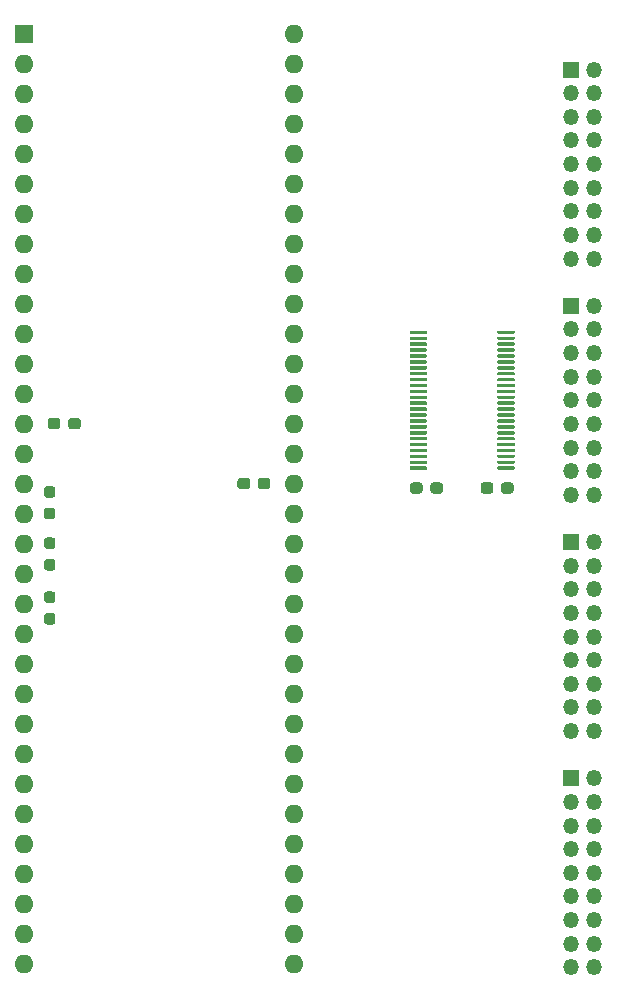
<source format=gbs>
G04 #@! TF.GenerationSoftware,KiCad,Pcbnew,5.1.10*
G04 #@! TF.CreationDate,2021-08-30T11:46:02-07:00*
G04 #@! TF.ProjectId,M68K-BREAKOUT,4d36384b-2d42-4524-9541-4b4f55542e6b,rev?*
G04 #@! TF.SameCoordinates,Original*
G04 #@! TF.FileFunction,Soldermask,Bot*
G04 #@! TF.FilePolarity,Negative*
%FSLAX46Y46*%
G04 Gerber Fmt 4.6, Leading zero omitted, Abs format (unit mm)*
G04 Created by KiCad (PCBNEW 5.1.10) date 2021-08-30 11:46:02*
%MOMM*%
%LPD*%
G01*
G04 APERTURE LIST*
%ADD10O,1.350000X1.350000*%
%ADD11R,1.350000X1.350000*%
%ADD12O,1.600000X1.600000*%
%ADD13R,1.600000X1.600000*%
G04 APERTURE END LIST*
G36*
G01*
X126889500Y-107105000D02*
X127364500Y-107105000D01*
G75*
G02*
X127602000Y-107342500I0J-237500D01*
G01*
X127602000Y-107842500D01*
G75*
G02*
X127364500Y-108080000I-237500J0D01*
G01*
X126889500Y-108080000D01*
G75*
G02*
X126652000Y-107842500I0J237500D01*
G01*
X126652000Y-107342500D01*
G75*
G02*
X126889500Y-107105000I237500J0D01*
G01*
G37*
G36*
G01*
X126889500Y-105280000D02*
X127364500Y-105280000D01*
G75*
G02*
X127602000Y-105517500I0J-237500D01*
G01*
X127602000Y-106017500D01*
G75*
G02*
X127364500Y-106255000I-237500J0D01*
G01*
X126889500Y-106255000D01*
G75*
G02*
X126652000Y-106017500I0J237500D01*
G01*
X126652000Y-105517500D01*
G75*
G02*
X126889500Y-105280000I237500J0D01*
G01*
G37*
D10*
X173241720Y-137092991D03*
X171241720Y-137092991D03*
X173241720Y-135092991D03*
X171241720Y-135092991D03*
X173241720Y-133092991D03*
X171241720Y-133092991D03*
X173241720Y-131092991D03*
X171241720Y-131092991D03*
X173241720Y-129092991D03*
X171241720Y-129092991D03*
X173241720Y-127092991D03*
X171241720Y-127092991D03*
X173241720Y-125092991D03*
X171241720Y-125092991D03*
X173241720Y-123092991D03*
X171241720Y-123092991D03*
X173241720Y-121092991D03*
D11*
X171241720Y-121092991D03*
D10*
X173241720Y-117092991D03*
X171241720Y-117092991D03*
X173241720Y-115092991D03*
X171241720Y-115092991D03*
X173241720Y-113092991D03*
X171241720Y-113092991D03*
X173241720Y-111092991D03*
X171241720Y-111092991D03*
X173241720Y-109092991D03*
X171241720Y-109092991D03*
X173241720Y-107092991D03*
X171241720Y-107092991D03*
X173241720Y-105092991D03*
X171241720Y-105092991D03*
X173241720Y-103092991D03*
X171241720Y-103092991D03*
X173241720Y-101092991D03*
D11*
X171241720Y-101092991D03*
D10*
X173241720Y-97092991D03*
X171241720Y-97092991D03*
X173241720Y-95092991D03*
X171241720Y-95092991D03*
X173241720Y-93092991D03*
X171241720Y-93092991D03*
X173241720Y-91092991D03*
X171241720Y-91092991D03*
X173241720Y-89092991D03*
X171241720Y-89092991D03*
X173241720Y-87092991D03*
X171241720Y-87092991D03*
X173241720Y-85092991D03*
X171241720Y-85092991D03*
X173241720Y-83092991D03*
X171241720Y-83092991D03*
X173241720Y-81092991D03*
D11*
X171241720Y-81092991D03*
D10*
X173241720Y-77092991D03*
X171241720Y-77092991D03*
X173241720Y-75092991D03*
X171241720Y-75092991D03*
X173241720Y-73092991D03*
X171241720Y-73092991D03*
X173241720Y-71092991D03*
X171241720Y-71092991D03*
X173241720Y-69092991D03*
X171241720Y-69092991D03*
X173241720Y-67092991D03*
X171241720Y-67092991D03*
X173241720Y-65092991D03*
X171241720Y-65092991D03*
X173241720Y-63092991D03*
X171241720Y-63092991D03*
X173241720Y-61092991D03*
D11*
X171241720Y-61092991D03*
G36*
G01*
X164685000Y-96282500D02*
X164685000Y-96757500D01*
G75*
G02*
X164447500Y-96995000I-237500J0D01*
G01*
X163847500Y-96995000D01*
G75*
G02*
X163610000Y-96757500I0J237500D01*
G01*
X163610000Y-96282500D01*
G75*
G02*
X163847500Y-96045000I237500J0D01*
G01*
X164447500Y-96045000D01*
G75*
G02*
X164685000Y-96282500I0J-237500D01*
G01*
G37*
G36*
G01*
X166410000Y-96282500D02*
X166410000Y-96757500D01*
G75*
G02*
X166172500Y-96995000I-237500J0D01*
G01*
X165572500Y-96995000D01*
G75*
G02*
X165335000Y-96757500I0J237500D01*
G01*
X165335000Y-96282500D01*
G75*
G02*
X165572500Y-96045000I237500J0D01*
G01*
X166172500Y-96045000D01*
G75*
G02*
X166410000Y-96282500I0J-237500D01*
G01*
G37*
G36*
G01*
X159366000Y-96757500D02*
X159366000Y-96282500D01*
G75*
G02*
X159603500Y-96045000I237500J0D01*
G01*
X160203500Y-96045000D01*
G75*
G02*
X160441000Y-96282500I0J-237500D01*
G01*
X160441000Y-96757500D01*
G75*
G02*
X160203500Y-96995000I-237500J0D01*
G01*
X159603500Y-96995000D01*
G75*
G02*
X159366000Y-96757500I0J237500D01*
G01*
G37*
G36*
G01*
X157641000Y-96757500D02*
X157641000Y-96282500D01*
G75*
G02*
X157878500Y-96045000I237500J0D01*
G01*
X158478500Y-96045000D01*
G75*
G02*
X158716000Y-96282500I0J-237500D01*
G01*
X158716000Y-96757500D01*
G75*
G02*
X158478500Y-96995000I-237500J0D01*
G01*
X157878500Y-96995000D01*
G75*
G02*
X157641000Y-96757500I0J237500D01*
G01*
G37*
G36*
G01*
X165027000Y-94915500D02*
X165027000Y-94765500D01*
G75*
G02*
X165102000Y-94690500I75000J0D01*
G01*
X166427000Y-94690500D01*
G75*
G02*
X166502000Y-94765500I0J-75000D01*
G01*
X166502000Y-94915500D01*
G75*
G02*
X166427000Y-94990500I-75000J0D01*
G01*
X165102000Y-94990500D01*
G75*
G02*
X165027000Y-94915500I0J75000D01*
G01*
G37*
G36*
G01*
X165027000Y-94415500D02*
X165027000Y-94265500D01*
G75*
G02*
X165102000Y-94190500I75000J0D01*
G01*
X166427000Y-94190500D01*
G75*
G02*
X166502000Y-94265500I0J-75000D01*
G01*
X166502000Y-94415500D01*
G75*
G02*
X166427000Y-94490500I-75000J0D01*
G01*
X165102000Y-94490500D01*
G75*
G02*
X165027000Y-94415500I0J75000D01*
G01*
G37*
G36*
G01*
X165027000Y-93915500D02*
X165027000Y-93765500D01*
G75*
G02*
X165102000Y-93690500I75000J0D01*
G01*
X166427000Y-93690500D01*
G75*
G02*
X166502000Y-93765500I0J-75000D01*
G01*
X166502000Y-93915500D01*
G75*
G02*
X166427000Y-93990500I-75000J0D01*
G01*
X165102000Y-93990500D01*
G75*
G02*
X165027000Y-93915500I0J75000D01*
G01*
G37*
G36*
G01*
X165027000Y-93415500D02*
X165027000Y-93265500D01*
G75*
G02*
X165102000Y-93190500I75000J0D01*
G01*
X166427000Y-93190500D01*
G75*
G02*
X166502000Y-93265500I0J-75000D01*
G01*
X166502000Y-93415500D01*
G75*
G02*
X166427000Y-93490500I-75000J0D01*
G01*
X165102000Y-93490500D01*
G75*
G02*
X165027000Y-93415500I0J75000D01*
G01*
G37*
G36*
G01*
X165027000Y-92915500D02*
X165027000Y-92765500D01*
G75*
G02*
X165102000Y-92690500I75000J0D01*
G01*
X166427000Y-92690500D01*
G75*
G02*
X166502000Y-92765500I0J-75000D01*
G01*
X166502000Y-92915500D01*
G75*
G02*
X166427000Y-92990500I-75000J0D01*
G01*
X165102000Y-92990500D01*
G75*
G02*
X165027000Y-92915500I0J75000D01*
G01*
G37*
G36*
G01*
X165027000Y-92415500D02*
X165027000Y-92265500D01*
G75*
G02*
X165102000Y-92190500I75000J0D01*
G01*
X166427000Y-92190500D01*
G75*
G02*
X166502000Y-92265500I0J-75000D01*
G01*
X166502000Y-92415500D01*
G75*
G02*
X166427000Y-92490500I-75000J0D01*
G01*
X165102000Y-92490500D01*
G75*
G02*
X165027000Y-92415500I0J75000D01*
G01*
G37*
G36*
G01*
X165027000Y-91915500D02*
X165027000Y-91765500D01*
G75*
G02*
X165102000Y-91690500I75000J0D01*
G01*
X166427000Y-91690500D01*
G75*
G02*
X166502000Y-91765500I0J-75000D01*
G01*
X166502000Y-91915500D01*
G75*
G02*
X166427000Y-91990500I-75000J0D01*
G01*
X165102000Y-91990500D01*
G75*
G02*
X165027000Y-91915500I0J75000D01*
G01*
G37*
G36*
G01*
X165027000Y-91415500D02*
X165027000Y-91265500D01*
G75*
G02*
X165102000Y-91190500I75000J0D01*
G01*
X166427000Y-91190500D01*
G75*
G02*
X166502000Y-91265500I0J-75000D01*
G01*
X166502000Y-91415500D01*
G75*
G02*
X166427000Y-91490500I-75000J0D01*
G01*
X165102000Y-91490500D01*
G75*
G02*
X165027000Y-91415500I0J75000D01*
G01*
G37*
G36*
G01*
X165027000Y-90915500D02*
X165027000Y-90765500D01*
G75*
G02*
X165102000Y-90690500I75000J0D01*
G01*
X166427000Y-90690500D01*
G75*
G02*
X166502000Y-90765500I0J-75000D01*
G01*
X166502000Y-90915500D01*
G75*
G02*
X166427000Y-90990500I-75000J0D01*
G01*
X165102000Y-90990500D01*
G75*
G02*
X165027000Y-90915500I0J75000D01*
G01*
G37*
G36*
G01*
X165027000Y-90415500D02*
X165027000Y-90265500D01*
G75*
G02*
X165102000Y-90190500I75000J0D01*
G01*
X166427000Y-90190500D01*
G75*
G02*
X166502000Y-90265500I0J-75000D01*
G01*
X166502000Y-90415500D01*
G75*
G02*
X166427000Y-90490500I-75000J0D01*
G01*
X165102000Y-90490500D01*
G75*
G02*
X165027000Y-90415500I0J75000D01*
G01*
G37*
G36*
G01*
X165027000Y-89915500D02*
X165027000Y-89765500D01*
G75*
G02*
X165102000Y-89690500I75000J0D01*
G01*
X166427000Y-89690500D01*
G75*
G02*
X166502000Y-89765500I0J-75000D01*
G01*
X166502000Y-89915500D01*
G75*
G02*
X166427000Y-89990500I-75000J0D01*
G01*
X165102000Y-89990500D01*
G75*
G02*
X165027000Y-89915500I0J75000D01*
G01*
G37*
G36*
G01*
X165027000Y-89415500D02*
X165027000Y-89265500D01*
G75*
G02*
X165102000Y-89190500I75000J0D01*
G01*
X166427000Y-89190500D01*
G75*
G02*
X166502000Y-89265500I0J-75000D01*
G01*
X166502000Y-89415500D01*
G75*
G02*
X166427000Y-89490500I-75000J0D01*
G01*
X165102000Y-89490500D01*
G75*
G02*
X165027000Y-89415500I0J75000D01*
G01*
G37*
G36*
G01*
X165027000Y-88915500D02*
X165027000Y-88765500D01*
G75*
G02*
X165102000Y-88690500I75000J0D01*
G01*
X166427000Y-88690500D01*
G75*
G02*
X166502000Y-88765500I0J-75000D01*
G01*
X166502000Y-88915500D01*
G75*
G02*
X166427000Y-88990500I-75000J0D01*
G01*
X165102000Y-88990500D01*
G75*
G02*
X165027000Y-88915500I0J75000D01*
G01*
G37*
G36*
G01*
X165027000Y-88415500D02*
X165027000Y-88265500D01*
G75*
G02*
X165102000Y-88190500I75000J0D01*
G01*
X166427000Y-88190500D01*
G75*
G02*
X166502000Y-88265500I0J-75000D01*
G01*
X166502000Y-88415500D01*
G75*
G02*
X166427000Y-88490500I-75000J0D01*
G01*
X165102000Y-88490500D01*
G75*
G02*
X165027000Y-88415500I0J75000D01*
G01*
G37*
G36*
G01*
X165027000Y-87915500D02*
X165027000Y-87765500D01*
G75*
G02*
X165102000Y-87690500I75000J0D01*
G01*
X166427000Y-87690500D01*
G75*
G02*
X166502000Y-87765500I0J-75000D01*
G01*
X166502000Y-87915500D01*
G75*
G02*
X166427000Y-87990500I-75000J0D01*
G01*
X165102000Y-87990500D01*
G75*
G02*
X165027000Y-87915500I0J75000D01*
G01*
G37*
G36*
G01*
X165027000Y-87415500D02*
X165027000Y-87265500D01*
G75*
G02*
X165102000Y-87190500I75000J0D01*
G01*
X166427000Y-87190500D01*
G75*
G02*
X166502000Y-87265500I0J-75000D01*
G01*
X166502000Y-87415500D01*
G75*
G02*
X166427000Y-87490500I-75000J0D01*
G01*
X165102000Y-87490500D01*
G75*
G02*
X165027000Y-87415500I0J75000D01*
G01*
G37*
G36*
G01*
X165027000Y-86915500D02*
X165027000Y-86765500D01*
G75*
G02*
X165102000Y-86690500I75000J0D01*
G01*
X166427000Y-86690500D01*
G75*
G02*
X166502000Y-86765500I0J-75000D01*
G01*
X166502000Y-86915500D01*
G75*
G02*
X166427000Y-86990500I-75000J0D01*
G01*
X165102000Y-86990500D01*
G75*
G02*
X165027000Y-86915500I0J75000D01*
G01*
G37*
G36*
G01*
X165027000Y-86415500D02*
X165027000Y-86265500D01*
G75*
G02*
X165102000Y-86190500I75000J0D01*
G01*
X166427000Y-86190500D01*
G75*
G02*
X166502000Y-86265500I0J-75000D01*
G01*
X166502000Y-86415500D01*
G75*
G02*
X166427000Y-86490500I-75000J0D01*
G01*
X165102000Y-86490500D01*
G75*
G02*
X165027000Y-86415500I0J75000D01*
G01*
G37*
G36*
G01*
X165027000Y-85915500D02*
X165027000Y-85765500D01*
G75*
G02*
X165102000Y-85690500I75000J0D01*
G01*
X166427000Y-85690500D01*
G75*
G02*
X166502000Y-85765500I0J-75000D01*
G01*
X166502000Y-85915500D01*
G75*
G02*
X166427000Y-85990500I-75000J0D01*
G01*
X165102000Y-85990500D01*
G75*
G02*
X165027000Y-85915500I0J75000D01*
G01*
G37*
G36*
G01*
X165027000Y-85415500D02*
X165027000Y-85265500D01*
G75*
G02*
X165102000Y-85190500I75000J0D01*
G01*
X166427000Y-85190500D01*
G75*
G02*
X166502000Y-85265500I0J-75000D01*
G01*
X166502000Y-85415500D01*
G75*
G02*
X166427000Y-85490500I-75000J0D01*
G01*
X165102000Y-85490500D01*
G75*
G02*
X165027000Y-85415500I0J75000D01*
G01*
G37*
G36*
G01*
X165027000Y-84915500D02*
X165027000Y-84765500D01*
G75*
G02*
X165102000Y-84690500I75000J0D01*
G01*
X166427000Y-84690500D01*
G75*
G02*
X166502000Y-84765500I0J-75000D01*
G01*
X166502000Y-84915500D01*
G75*
G02*
X166427000Y-84990500I-75000J0D01*
G01*
X165102000Y-84990500D01*
G75*
G02*
X165027000Y-84915500I0J75000D01*
G01*
G37*
G36*
G01*
X165027000Y-84415500D02*
X165027000Y-84265500D01*
G75*
G02*
X165102000Y-84190500I75000J0D01*
G01*
X166427000Y-84190500D01*
G75*
G02*
X166502000Y-84265500I0J-75000D01*
G01*
X166502000Y-84415500D01*
G75*
G02*
X166427000Y-84490500I-75000J0D01*
G01*
X165102000Y-84490500D01*
G75*
G02*
X165027000Y-84415500I0J75000D01*
G01*
G37*
G36*
G01*
X165027000Y-83915500D02*
X165027000Y-83765500D01*
G75*
G02*
X165102000Y-83690500I75000J0D01*
G01*
X166427000Y-83690500D01*
G75*
G02*
X166502000Y-83765500I0J-75000D01*
G01*
X166502000Y-83915500D01*
G75*
G02*
X166427000Y-83990500I-75000J0D01*
G01*
X165102000Y-83990500D01*
G75*
G02*
X165027000Y-83915500I0J75000D01*
G01*
G37*
G36*
G01*
X165027000Y-83415500D02*
X165027000Y-83265500D01*
G75*
G02*
X165102000Y-83190500I75000J0D01*
G01*
X166427000Y-83190500D01*
G75*
G02*
X166502000Y-83265500I0J-75000D01*
G01*
X166502000Y-83415500D01*
G75*
G02*
X166427000Y-83490500I-75000J0D01*
G01*
X165102000Y-83490500D01*
G75*
G02*
X165027000Y-83415500I0J75000D01*
G01*
G37*
G36*
G01*
X157602000Y-83415500D02*
X157602000Y-83265500D01*
G75*
G02*
X157677000Y-83190500I75000J0D01*
G01*
X159002000Y-83190500D01*
G75*
G02*
X159077000Y-83265500I0J-75000D01*
G01*
X159077000Y-83415500D01*
G75*
G02*
X159002000Y-83490500I-75000J0D01*
G01*
X157677000Y-83490500D01*
G75*
G02*
X157602000Y-83415500I0J75000D01*
G01*
G37*
G36*
G01*
X157602000Y-83915500D02*
X157602000Y-83765500D01*
G75*
G02*
X157677000Y-83690500I75000J0D01*
G01*
X159002000Y-83690500D01*
G75*
G02*
X159077000Y-83765500I0J-75000D01*
G01*
X159077000Y-83915500D01*
G75*
G02*
X159002000Y-83990500I-75000J0D01*
G01*
X157677000Y-83990500D01*
G75*
G02*
X157602000Y-83915500I0J75000D01*
G01*
G37*
G36*
G01*
X157602000Y-84415500D02*
X157602000Y-84265500D01*
G75*
G02*
X157677000Y-84190500I75000J0D01*
G01*
X159002000Y-84190500D01*
G75*
G02*
X159077000Y-84265500I0J-75000D01*
G01*
X159077000Y-84415500D01*
G75*
G02*
X159002000Y-84490500I-75000J0D01*
G01*
X157677000Y-84490500D01*
G75*
G02*
X157602000Y-84415500I0J75000D01*
G01*
G37*
G36*
G01*
X157602000Y-84915500D02*
X157602000Y-84765500D01*
G75*
G02*
X157677000Y-84690500I75000J0D01*
G01*
X159002000Y-84690500D01*
G75*
G02*
X159077000Y-84765500I0J-75000D01*
G01*
X159077000Y-84915500D01*
G75*
G02*
X159002000Y-84990500I-75000J0D01*
G01*
X157677000Y-84990500D01*
G75*
G02*
X157602000Y-84915500I0J75000D01*
G01*
G37*
G36*
G01*
X157602000Y-85415500D02*
X157602000Y-85265500D01*
G75*
G02*
X157677000Y-85190500I75000J0D01*
G01*
X159002000Y-85190500D01*
G75*
G02*
X159077000Y-85265500I0J-75000D01*
G01*
X159077000Y-85415500D01*
G75*
G02*
X159002000Y-85490500I-75000J0D01*
G01*
X157677000Y-85490500D01*
G75*
G02*
X157602000Y-85415500I0J75000D01*
G01*
G37*
G36*
G01*
X157602000Y-85915500D02*
X157602000Y-85765500D01*
G75*
G02*
X157677000Y-85690500I75000J0D01*
G01*
X159002000Y-85690500D01*
G75*
G02*
X159077000Y-85765500I0J-75000D01*
G01*
X159077000Y-85915500D01*
G75*
G02*
X159002000Y-85990500I-75000J0D01*
G01*
X157677000Y-85990500D01*
G75*
G02*
X157602000Y-85915500I0J75000D01*
G01*
G37*
G36*
G01*
X157602000Y-86415500D02*
X157602000Y-86265500D01*
G75*
G02*
X157677000Y-86190500I75000J0D01*
G01*
X159002000Y-86190500D01*
G75*
G02*
X159077000Y-86265500I0J-75000D01*
G01*
X159077000Y-86415500D01*
G75*
G02*
X159002000Y-86490500I-75000J0D01*
G01*
X157677000Y-86490500D01*
G75*
G02*
X157602000Y-86415500I0J75000D01*
G01*
G37*
G36*
G01*
X157602000Y-86915500D02*
X157602000Y-86765500D01*
G75*
G02*
X157677000Y-86690500I75000J0D01*
G01*
X159002000Y-86690500D01*
G75*
G02*
X159077000Y-86765500I0J-75000D01*
G01*
X159077000Y-86915500D01*
G75*
G02*
X159002000Y-86990500I-75000J0D01*
G01*
X157677000Y-86990500D01*
G75*
G02*
X157602000Y-86915500I0J75000D01*
G01*
G37*
G36*
G01*
X157602000Y-87415500D02*
X157602000Y-87265500D01*
G75*
G02*
X157677000Y-87190500I75000J0D01*
G01*
X159002000Y-87190500D01*
G75*
G02*
X159077000Y-87265500I0J-75000D01*
G01*
X159077000Y-87415500D01*
G75*
G02*
X159002000Y-87490500I-75000J0D01*
G01*
X157677000Y-87490500D01*
G75*
G02*
X157602000Y-87415500I0J75000D01*
G01*
G37*
G36*
G01*
X157602000Y-87915500D02*
X157602000Y-87765500D01*
G75*
G02*
X157677000Y-87690500I75000J0D01*
G01*
X159002000Y-87690500D01*
G75*
G02*
X159077000Y-87765500I0J-75000D01*
G01*
X159077000Y-87915500D01*
G75*
G02*
X159002000Y-87990500I-75000J0D01*
G01*
X157677000Y-87990500D01*
G75*
G02*
X157602000Y-87915500I0J75000D01*
G01*
G37*
G36*
G01*
X157602000Y-88415500D02*
X157602000Y-88265500D01*
G75*
G02*
X157677000Y-88190500I75000J0D01*
G01*
X159002000Y-88190500D01*
G75*
G02*
X159077000Y-88265500I0J-75000D01*
G01*
X159077000Y-88415500D01*
G75*
G02*
X159002000Y-88490500I-75000J0D01*
G01*
X157677000Y-88490500D01*
G75*
G02*
X157602000Y-88415500I0J75000D01*
G01*
G37*
G36*
G01*
X157602000Y-88915500D02*
X157602000Y-88765500D01*
G75*
G02*
X157677000Y-88690500I75000J0D01*
G01*
X159002000Y-88690500D01*
G75*
G02*
X159077000Y-88765500I0J-75000D01*
G01*
X159077000Y-88915500D01*
G75*
G02*
X159002000Y-88990500I-75000J0D01*
G01*
X157677000Y-88990500D01*
G75*
G02*
X157602000Y-88915500I0J75000D01*
G01*
G37*
G36*
G01*
X157602000Y-89415500D02*
X157602000Y-89265500D01*
G75*
G02*
X157677000Y-89190500I75000J0D01*
G01*
X159002000Y-89190500D01*
G75*
G02*
X159077000Y-89265500I0J-75000D01*
G01*
X159077000Y-89415500D01*
G75*
G02*
X159002000Y-89490500I-75000J0D01*
G01*
X157677000Y-89490500D01*
G75*
G02*
X157602000Y-89415500I0J75000D01*
G01*
G37*
G36*
G01*
X157602000Y-89915500D02*
X157602000Y-89765500D01*
G75*
G02*
X157677000Y-89690500I75000J0D01*
G01*
X159002000Y-89690500D01*
G75*
G02*
X159077000Y-89765500I0J-75000D01*
G01*
X159077000Y-89915500D01*
G75*
G02*
X159002000Y-89990500I-75000J0D01*
G01*
X157677000Y-89990500D01*
G75*
G02*
X157602000Y-89915500I0J75000D01*
G01*
G37*
G36*
G01*
X157602000Y-90415500D02*
X157602000Y-90265500D01*
G75*
G02*
X157677000Y-90190500I75000J0D01*
G01*
X159002000Y-90190500D01*
G75*
G02*
X159077000Y-90265500I0J-75000D01*
G01*
X159077000Y-90415500D01*
G75*
G02*
X159002000Y-90490500I-75000J0D01*
G01*
X157677000Y-90490500D01*
G75*
G02*
X157602000Y-90415500I0J75000D01*
G01*
G37*
G36*
G01*
X157602000Y-90915500D02*
X157602000Y-90765500D01*
G75*
G02*
X157677000Y-90690500I75000J0D01*
G01*
X159002000Y-90690500D01*
G75*
G02*
X159077000Y-90765500I0J-75000D01*
G01*
X159077000Y-90915500D01*
G75*
G02*
X159002000Y-90990500I-75000J0D01*
G01*
X157677000Y-90990500D01*
G75*
G02*
X157602000Y-90915500I0J75000D01*
G01*
G37*
G36*
G01*
X157602000Y-91415500D02*
X157602000Y-91265500D01*
G75*
G02*
X157677000Y-91190500I75000J0D01*
G01*
X159002000Y-91190500D01*
G75*
G02*
X159077000Y-91265500I0J-75000D01*
G01*
X159077000Y-91415500D01*
G75*
G02*
X159002000Y-91490500I-75000J0D01*
G01*
X157677000Y-91490500D01*
G75*
G02*
X157602000Y-91415500I0J75000D01*
G01*
G37*
G36*
G01*
X157602000Y-91915500D02*
X157602000Y-91765500D01*
G75*
G02*
X157677000Y-91690500I75000J0D01*
G01*
X159002000Y-91690500D01*
G75*
G02*
X159077000Y-91765500I0J-75000D01*
G01*
X159077000Y-91915500D01*
G75*
G02*
X159002000Y-91990500I-75000J0D01*
G01*
X157677000Y-91990500D01*
G75*
G02*
X157602000Y-91915500I0J75000D01*
G01*
G37*
G36*
G01*
X157602000Y-92415500D02*
X157602000Y-92265500D01*
G75*
G02*
X157677000Y-92190500I75000J0D01*
G01*
X159002000Y-92190500D01*
G75*
G02*
X159077000Y-92265500I0J-75000D01*
G01*
X159077000Y-92415500D01*
G75*
G02*
X159002000Y-92490500I-75000J0D01*
G01*
X157677000Y-92490500D01*
G75*
G02*
X157602000Y-92415500I0J75000D01*
G01*
G37*
G36*
G01*
X157602000Y-92915500D02*
X157602000Y-92765500D01*
G75*
G02*
X157677000Y-92690500I75000J0D01*
G01*
X159002000Y-92690500D01*
G75*
G02*
X159077000Y-92765500I0J-75000D01*
G01*
X159077000Y-92915500D01*
G75*
G02*
X159002000Y-92990500I-75000J0D01*
G01*
X157677000Y-92990500D01*
G75*
G02*
X157602000Y-92915500I0J75000D01*
G01*
G37*
G36*
G01*
X157602000Y-93415500D02*
X157602000Y-93265500D01*
G75*
G02*
X157677000Y-93190500I75000J0D01*
G01*
X159002000Y-93190500D01*
G75*
G02*
X159077000Y-93265500I0J-75000D01*
G01*
X159077000Y-93415500D01*
G75*
G02*
X159002000Y-93490500I-75000J0D01*
G01*
X157677000Y-93490500D01*
G75*
G02*
X157602000Y-93415500I0J75000D01*
G01*
G37*
G36*
G01*
X157602000Y-93915500D02*
X157602000Y-93765500D01*
G75*
G02*
X157677000Y-93690500I75000J0D01*
G01*
X159002000Y-93690500D01*
G75*
G02*
X159077000Y-93765500I0J-75000D01*
G01*
X159077000Y-93915500D01*
G75*
G02*
X159002000Y-93990500I-75000J0D01*
G01*
X157677000Y-93990500D01*
G75*
G02*
X157602000Y-93915500I0J75000D01*
G01*
G37*
G36*
G01*
X157602000Y-94415500D02*
X157602000Y-94265500D01*
G75*
G02*
X157677000Y-94190500I75000J0D01*
G01*
X159002000Y-94190500D01*
G75*
G02*
X159077000Y-94265500I0J-75000D01*
G01*
X159077000Y-94415500D01*
G75*
G02*
X159002000Y-94490500I-75000J0D01*
G01*
X157677000Y-94490500D01*
G75*
G02*
X157602000Y-94415500I0J75000D01*
G01*
G37*
G36*
G01*
X157602000Y-94915500D02*
X157602000Y-94765500D01*
G75*
G02*
X157677000Y-94690500I75000J0D01*
G01*
X159002000Y-94690500D01*
G75*
G02*
X159077000Y-94765500I0J-75000D01*
G01*
X159077000Y-94915500D01*
G75*
G02*
X159002000Y-94990500I-75000J0D01*
G01*
X157677000Y-94990500D01*
G75*
G02*
X157602000Y-94915500I0J75000D01*
G01*
G37*
G36*
G01*
X144100500Y-95901500D02*
X144100500Y-96376500D01*
G75*
G02*
X143863000Y-96614000I-237500J0D01*
G01*
X143263000Y-96614000D01*
G75*
G02*
X143025500Y-96376500I0J237500D01*
G01*
X143025500Y-95901500D01*
G75*
G02*
X143263000Y-95664000I237500J0D01*
G01*
X143863000Y-95664000D01*
G75*
G02*
X144100500Y-95901500I0J-237500D01*
G01*
G37*
G36*
G01*
X145825500Y-95901500D02*
X145825500Y-96376500D01*
G75*
G02*
X145588000Y-96614000I-237500J0D01*
G01*
X144988000Y-96614000D01*
G75*
G02*
X144750500Y-96376500I0J237500D01*
G01*
X144750500Y-95901500D01*
G75*
G02*
X144988000Y-95664000I237500J0D01*
G01*
X145588000Y-95664000D01*
G75*
G02*
X145825500Y-95901500I0J-237500D01*
G01*
G37*
G36*
G01*
X128695500Y-91296500D02*
X128695500Y-90821500D01*
G75*
G02*
X128933000Y-90584000I237500J0D01*
G01*
X129533000Y-90584000D01*
G75*
G02*
X129770500Y-90821500I0J-237500D01*
G01*
X129770500Y-91296500D01*
G75*
G02*
X129533000Y-91534000I-237500J0D01*
G01*
X128933000Y-91534000D01*
G75*
G02*
X128695500Y-91296500I0J237500D01*
G01*
G37*
G36*
G01*
X126970500Y-91296500D02*
X126970500Y-90821500D01*
G75*
G02*
X127208000Y-90584000I237500J0D01*
G01*
X127808000Y-90584000D01*
G75*
G02*
X128045500Y-90821500I0J-237500D01*
G01*
X128045500Y-91296500D01*
G75*
G02*
X127808000Y-91534000I-237500J0D01*
G01*
X127208000Y-91534000D01*
G75*
G02*
X126970500Y-91296500I0J237500D01*
G01*
G37*
G36*
G01*
X126889500Y-98191500D02*
X127364500Y-98191500D01*
G75*
G02*
X127602000Y-98429000I0J-237500D01*
G01*
X127602000Y-98929000D01*
G75*
G02*
X127364500Y-99166500I-237500J0D01*
G01*
X126889500Y-99166500D01*
G75*
G02*
X126652000Y-98929000I0J237500D01*
G01*
X126652000Y-98429000D01*
G75*
G02*
X126889500Y-98191500I237500J0D01*
G01*
G37*
G36*
G01*
X126889500Y-96366500D02*
X127364500Y-96366500D01*
G75*
G02*
X127602000Y-96604000I0J-237500D01*
G01*
X127602000Y-97104000D01*
G75*
G02*
X127364500Y-97341500I-237500J0D01*
G01*
X126889500Y-97341500D01*
G75*
G02*
X126652000Y-97104000I0J237500D01*
G01*
X126652000Y-96604000D01*
G75*
G02*
X126889500Y-96366500I237500J0D01*
G01*
G37*
G36*
G01*
X127364500Y-101683000D02*
X126889500Y-101683000D01*
G75*
G02*
X126652000Y-101445500I0J237500D01*
G01*
X126652000Y-100945500D01*
G75*
G02*
X126889500Y-100708000I237500J0D01*
G01*
X127364500Y-100708000D01*
G75*
G02*
X127602000Y-100945500I0J-237500D01*
G01*
X127602000Y-101445500D01*
G75*
G02*
X127364500Y-101683000I-237500J0D01*
G01*
G37*
G36*
G01*
X127364500Y-103508000D02*
X126889500Y-103508000D01*
G75*
G02*
X126652000Y-103270500I0J237500D01*
G01*
X126652000Y-102770500D01*
G75*
G02*
X126889500Y-102533000I237500J0D01*
G01*
X127364500Y-102533000D01*
G75*
G02*
X127602000Y-102770500I0J-237500D01*
G01*
X127602000Y-103270500D01*
G75*
G02*
X127364500Y-103508000I-237500J0D01*
G01*
G37*
D12*
X147828000Y-58039000D03*
X124968000Y-136779000D03*
X147828000Y-60579000D03*
X124968000Y-134239000D03*
X147828000Y-63119000D03*
X124968000Y-131699000D03*
X147828000Y-65659000D03*
X124968000Y-129159000D03*
X147828000Y-68199000D03*
X124968000Y-126619000D03*
X147828000Y-70739000D03*
X124968000Y-124079000D03*
X147828000Y-73279000D03*
X124968000Y-121539000D03*
X147828000Y-75819000D03*
X124968000Y-118999000D03*
X147828000Y-78359000D03*
X124968000Y-116459000D03*
X147828000Y-80899000D03*
X124968000Y-113919000D03*
X147828000Y-83439000D03*
X124968000Y-111379000D03*
X147828000Y-85979000D03*
X124968000Y-108839000D03*
X147828000Y-88519000D03*
X124968000Y-106299000D03*
X147828000Y-91059000D03*
X124968000Y-103759000D03*
X147828000Y-93599000D03*
X124968000Y-101219000D03*
X147828000Y-96139000D03*
X124968000Y-98679000D03*
X147828000Y-98679000D03*
X124968000Y-96139000D03*
X147828000Y-101219000D03*
X124968000Y-93599000D03*
X147828000Y-103759000D03*
X124968000Y-91059000D03*
X147828000Y-106299000D03*
X124968000Y-88519000D03*
X147828000Y-108839000D03*
X124968000Y-85979000D03*
X147828000Y-111379000D03*
X124968000Y-83439000D03*
X147828000Y-113919000D03*
X124968000Y-80899000D03*
X147828000Y-116459000D03*
X124968000Y-78359000D03*
X147828000Y-118999000D03*
X124968000Y-75819000D03*
X147828000Y-121539000D03*
X124968000Y-73279000D03*
X147828000Y-124079000D03*
X124968000Y-70739000D03*
X147828000Y-126619000D03*
X124968000Y-68199000D03*
X147828000Y-129159000D03*
X124968000Y-65659000D03*
X147828000Y-131699000D03*
X124968000Y-63119000D03*
X147828000Y-134239000D03*
X124968000Y-60579000D03*
X147828000Y-136779000D03*
D13*
X124968000Y-58039000D03*
M02*

</source>
